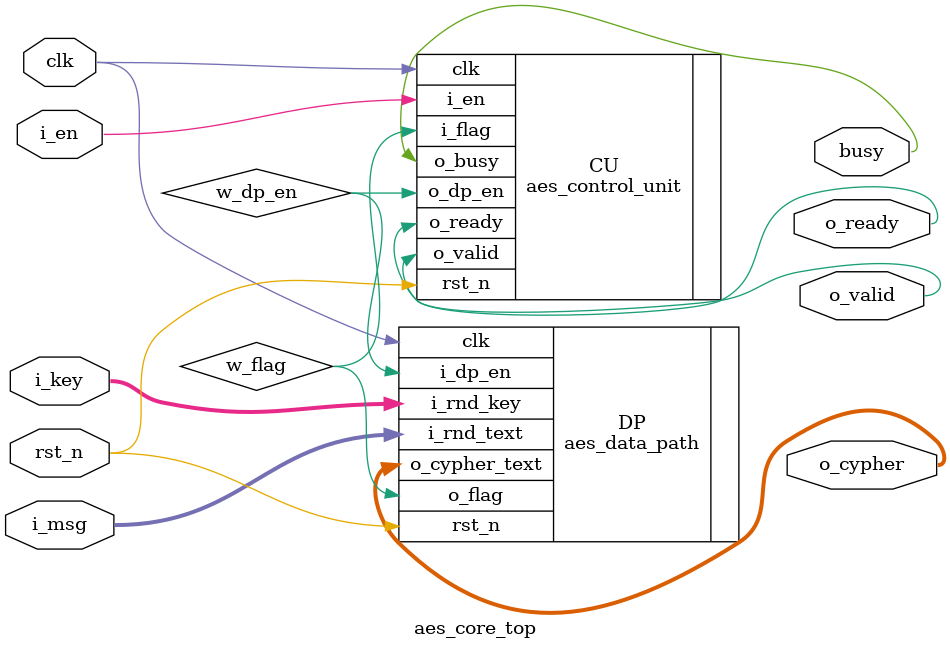
<source format=v>


module aes_core_top #(parameter
	RND_SIZE = 128,
	WRD_SIZE = 32 ,
	NUM_BLK  = 4  ,
	MAX_CNT  = 10 ,
	CNT_SIZE = 4  ,
	NUM_RND  = 10
) (
	input                 clk     , // Clock
	input                 rst_n   , // Asynchronous reset active low
	input                 i_en    ,
	input  [RND_SIZE-1:0] i_msg   ,
	input  [RND_SIZE-1:0] i_key   ,
	output                o_valid ,
	output [RND_SIZE-1:0] o_cypher,
	output                o_ready ,
	output                busy
);


	wire w_dp_en;
	wire w_flag;
/**********************************************************************
* Control Unit instnatiation
**********************************************************************/
	aes_control_unit CU (
		.clk    (clk    ), //input      clk    ,
		.rst_n  (rst_n  ), //input      rst_n  ,
		.i_en   (i_en   ), //input      i_en   ,
		.i_flag (w_flag ), //input      i_flag ,
		.o_ready(o_ready), //output reg o_ready,
		.o_busy (busy   ), //output reg o_busy ,
		.o_dp_en(w_dp_en), //output reg o_dp_en
		.o_valid(o_valid)
	);

/**********************************************************************
* Data Path instnatiation
**********************************************************************/

	aes_data_path #(
		.RND_SIZE(RND_SIZE), // RND_SIZE = 128,
		.WRD_SIZE(WRD_SIZE), // WRD_SIZE = 32 ,
		.NUM_BLK (NUM_BLK ), // NUM_BLK  = 4  ,
		.MAX_CNT (MAX_CNT ), // MAX_CNT  = 10 ,
		.CNT_SIZE(CNT_SIZE), // CNT_SIZE = 4  ,
		.NUM_RND (NUM_RND )  // NUM_RND  = 10
	) DP (
		// inputs
		.clk          (clk     ), // input                 clk          ,
		.rst_n        (rst_n   ), // input                 rst_n        ,
		.i_dp_en      (w_dp_en ), // input                 i_dp_en      ,
		.i_rnd_text   (i_msg   ), // input  [RND_SIZE-1:0] i_rnd_text   ,
		.i_rnd_key    (i_key   ), // input  [RND_SIZE-1:0] i_rnd_key    ,
		// outputs
		.o_cypher_text(o_cypher),
		.o_flag       (w_flag)
	);


endmodule
</source>
